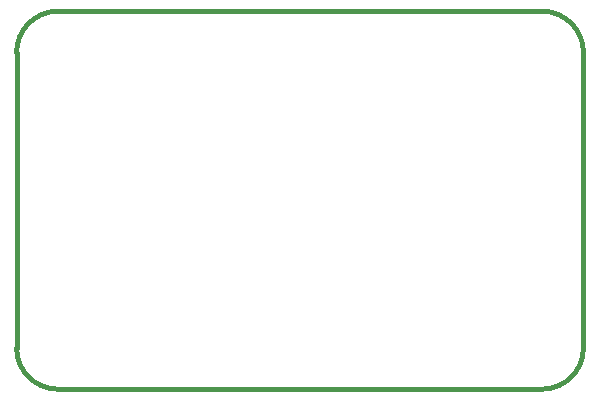
<source format=gm1>
%TF.GenerationSoftware,KiCad,Pcbnew,(6.0.1-0)*%
%TF.CreationDate,2022-04-28T20:36:41+12:00*%
%TF.ProjectId,gswitch18,67737769-7463-4683-9138-2e6b69636164,1.2*%
%TF.SameCoordinates,PX487ab00PY3072580*%
%TF.FileFunction,Profile,NP*%
%FSLAX46Y46*%
G04 Gerber Fmt 4.6, Leading zero omitted, Abs format (unit mm)*
G04 Created by KiCad (PCBNEW (6.0.1-0)) date 2022-04-28 20:36:41*
%MOMM*%
%LPD*%
G01*
G04 APERTURE LIST*
%TA.AperFunction,Profile*%
%ADD10C,0.381000*%
%TD*%
G04 APERTURE END LIST*
D10*
X44500000Y0D02*
X3500000Y0D01*
X3500000Y0D02*
G75*
G03*
X0Y-3500000I-1J-3499999D01*
G01*
X48000000Y-28500000D02*
X47999632Y-3449281D01*
X47999631Y-3449281D02*
G75*
G03*
X44500000Y0I-3499632J-50719D01*
G01*
X0Y-3500000D02*
X0Y-28500000D01*
X44500000Y-32000000D02*
G75*
G03*
X48000000Y-28500000I1J3499999D01*
G01*
X0Y-28500000D02*
G75*
G03*
X3500000Y-32000000I3499999J-1D01*
G01*
X3500000Y-32000000D02*
X44500000Y-32000000D01*
M02*

</source>
